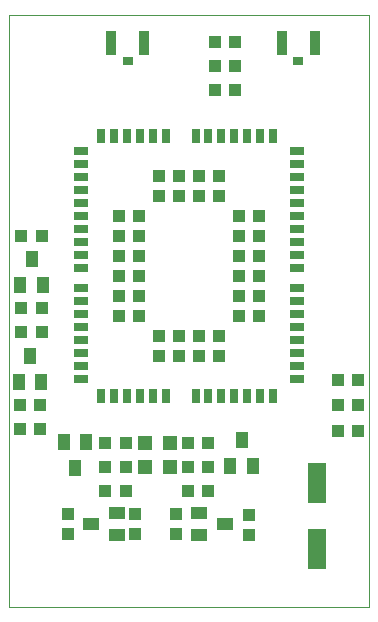
<source format=gtp>
G75*
%MOIN*%
%OFA0B0*%
%FSLAX25Y25*%
%IPPOS*%
%LPD*%
%AMOC8*
5,1,8,0,0,1.08239X$1,22.5*
%
%ADD10C,0.00000*%
%ADD11R,0.04331X0.03937*%
%ADD12R,0.06299X0.13780*%
%ADD13R,0.04724X0.04724*%
%ADD14R,0.05512X0.03937*%
%ADD15R,0.03937X0.04331*%
%ADD16R,0.03937X0.05512*%
%ADD17R,0.04528X0.02756*%
%ADD18R,0.02756X0.04528*%
%ADD19R,0.03937X0.03937*%
%ADD20R,0.03800X0.03000*%
%ADD21R,0.03200X0.08400*%
D10*
X0026800Y0048050D02*
X0026800Y0245501D01*
X0146800Y0245501D01*
X0146800Y0048050D01*
X0026800Y0048050D01*
D11*
X0046300Y0072454D03*
X0046300Y0079146D03*
X0068800Y0079146D03*
X0068800Y0072454D03*
X0082300Y0072454D03*
X0082300Y0079146D03*
X0106800Y0078646D03*
X0106800Y0071954D03*
X0136454Y0106800D03*
X0143146Y0106800D03*
X0143146Y0115300D03*
X0136454Y0115300D03*
X0136454Y0123800D03*
X0143146Y0123800D03*
X0102146Y0220300D03*
X0102146Y0228300D03*
X0102046Y0236300D03*
X0095354Y0236300D03*
X0095454Y0228300D03*
X0095454Y0220300D03*
X0037646Y0171800D03*
X0030954Y0171800D03*
D12*
X0129550Y0089574D03*
X0129550Y0067526D03*
D13*
X0080434Y0094800D03*
X0080434Y0102800D03*
X0072166Y0102800D03*
X0072166Y0094800D03*
D14*
X0062631Y0079540D03*
X0062631Y0072060D03*
X0053969Y0075800D03*
X0089969Y0072060D03*
X0089969Y0079540D03*
X0098631Y0075800D03*
D15*
X0093146Y0086800D03*
X0086454Y0086800D03*
X0086454Y0094800D03*
X0093146Y0094800D03*
X0093146Y0102800D03*
X0086454Y0102800D03*
X0065646Y0102800D03*
X0058954Y0102800D03*
X0058954Y0094800D03*
X0065646Y0094800D03*
X0065646Y0086800D03*
X0058954Y0086800D03*
X0037146Y0107300D03*
X0030454Y0107300D03*
X0030454Y0115300D03*
X0037146Y0115300D03*
X0037646Y0139800D03*
X0030954Y0139800D03*
X0030954Y0147800D03*
X0037646Y0147800D03*
D16*
X0038040Y0155469D03*
X0030560Y0155469D03*
X0034300Y0164131D03*
X0033800Y0131631D03*
X0030060Y0122969D03*
X0037540Y0122969D03*
X0045060Y0103131D03*
X0052540Y0103131D03*
X0048800Y0094469D03*
X0100560Y0094969D03*
X0104300Y0103631D03*
X0108040Y0094969D03*
D17*
X0122922Y0124005D03*
X0122922Y0128335D03*
X0122922Y0132666D03*
X0122922Y0136997D03*
X0122922Y0141328D03*
X0122922Y0145658D03*
X0122922Y0149989D03*
X0122922Y0154320D03*
X0122922Y0161013D03*
X0122922Y0165343D03*
X0122922Y0169674D03*
X0122922Y0174005D03*
X0122922Y0178335D03*
X0122922Y0182666D03*
X0122922Y0186997D03*
X0122922Y0191328D03*
X0122922Y0195658D03*
X0122922Y0199989D03*
X0050678Y0199989D03*
X0050678Y0195658D03*
X0050678Y0191328D03*
X0050678Y0186997D03*
X0050678Y0182666D03*
X0050678Y0178335D03*
X0050678Y0174005D03*
X0050678Y0169674D03*
X0050678Y0165343D03*
X0050678Y0161013D03*
X0050678Y0154320D03*
X0050678Y0149989D03*
X0050678Y0145658D03*
X0050678Y0141328D03*
X0050678Y0136997D03*
X0050678Y0132666D03*
X0050678Y0128335D03*
X0050678Y0124005D03*
D18*
X0057469Y0118394D03*
X0061800Y0118394D03*
X0066131Y0118394D03*
X0070461Y0118394D03*
X0074792Y0118394D03*
X0079123Y0118394D03*
X0088965Y0118394D03*
X0093296Y0118394D03*
X0097627Y0118394D03*
X0101957Y0118394D03*
X0106288Y0118394D03*
X0110619Y0118394D03*
X0114950Y0118394D03*
X0114950Y0205206D03*
X0110619Y0205206D03*
X0106288Y0205206D03*
X0101957Y0205206D03*
X0097627Y0205206D03*
X0093296Y0205206D03*
X0088965Y0205206D03*
X0079123Y0205206D03*
X0074792Y0205206D03*
X0070461Y0205206D03*
X0066131Y0205206D03*
X0061800Y0205206D03*
X0057469Y0205206D03*
D19*
X0076761Y0191918D03*
X0076761Y0185225D03*
X0070068Y0178532D03*
X0070068Y0171839D03*
X0070068Y0165146D03*
X0070068Y0158454D03*
X0063375Y0158454D03*
X0063375Y0165146D03*
X0063375Y0171839D03*
X0063375Y0178532D03*
X0083454Y0185225D03*
X0090146Y0185225D03*
X0090146Y0191918D03*
X0083454Y0191918D03*
X0096839Y0191918D03*
X0096839Y0185225D03*
X0103532Y0178532D03*
X0103532Y0171839D03*
X0103532Y0165146D03*
X0103532Y0158454D03*
X0110225Y0158454D03*
X0110225Y0165146D03*
X0110225Y0171839D03*
X0110225Y0178532D03*
X0110225Y0151761D03*
X0103532Y0151761D03*
X0103532Y0145068D03*
X0110225Y0145068D03*
X0096839Y0138375D03*
X0090146Y0138375D03*
X0083454Y0138375D03*
X0083454Y0131682D03*
X0090146Y0131682D03*
X0096839Y0131682D03*
X0076761Y0131682D03*
X0076761Y0138375D03*
X0070068Y0145068D03*
X0070068Y0151761D03*
X0063375Y0151761D03*
X0063375Y0145068D03*
D20*
X0066300Y0230200D03*
X0123200Y0230200D03*
D21*
X0117706Y0236200D03*
X0128694Y0236200D03*
X0071794Y0236200D03*
X0060806Y0236200D03*
M02*

</source>
